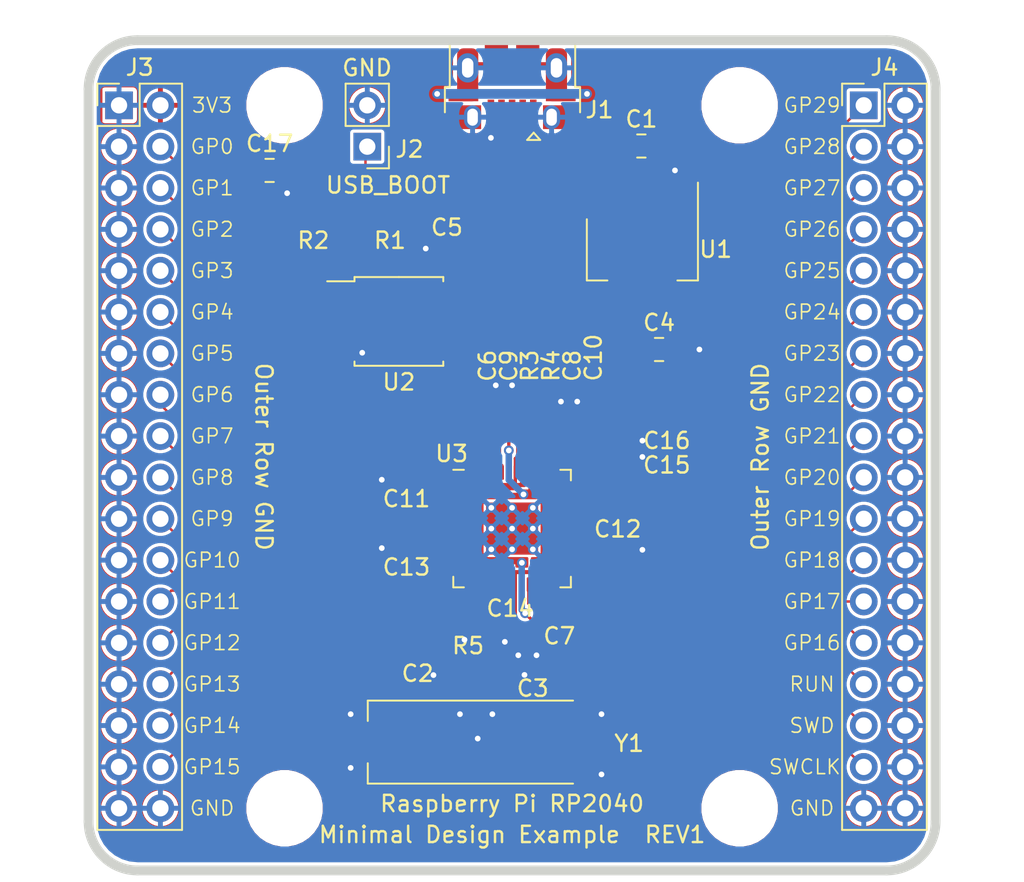
<source format=kicad_pcb>
(kicad_pcb (version 20211014) (generator pcbnew)
  (title_block (title "RP2040 Minimal Design Example") (date "2020-07-13") (rev "REV1") (company "Raspberry Pi (Trading) Ltd"))
  (layers (0 "F.Cu" signal) (31 "B.Cu" signal) (34 "B.Paste" user) (35 "F.Paste" user) (36 "B.SilkS" user "B.Silkscreen") (37 "F.SilkS" user "F.Silkscreen") (38 "B.Mask" user) (39 "F.Mask" user) (44 "Edge.Cuts" user))
  (net 0 "")
  (net 1 "GND")
  (net 2 "VBUS")
  (net 3 "/XIN")
  (net 4 "/XOUT")
  (net 5 "+3V3")
  (net 6 "+1V1")
  (net 7 "Net-(J1-Pad4)")
  (net 8 "/~{USB_BOOT}")
  (net 9 "/GPIO15")
  (net 10 "/GPIO14")
  (net 11 "/GPIO13")
  (net 12 "/GPIO12")
  (net 13 "/GPIO11")
  (net 14 "/GPIO10")
  (net 15 "/GPIO9")
  (net 16 "/GPIO8")
  (net 17 "/GPIO7")
  (net 18 "/GPIO6")
  (net 19 "/GPIO5")
  (net 20 "/GPIO4")
  (net 21 "/GPIO3")
  (net 22 "/GPIO2")
  (net 23 "/GPIO1")
  (net 24 "/GPIO0")
  (net 25 "/GPIO29_ADC3")
  (net 26 "/GPIO28_ADC2")
  (net 27 "/GPIO27_ADC1")
  (net 28 "/GPIO26_ADC0")
  (net 29 "/GPIO25")
  (net 30 "/GPIO24")
  (net 31 "/GPIO23")
  (net 32 "/GPIO22")
  (net 33 "/GPIO21")
  (net 34 "/GPIO20")
  (net 35 "/GPIO19")
  (net 36 "/GPIO18")
  (net 37 "/GPIO17")
  (net 38 "/GPIO16")
  (net 39 "/RUN")
  (net 40 "/SWD")
  (net 41 "/SWCLK")
  (net 42 "/QSPI_SS")
  (net 43 "Net-(R3-Pad2)")
  (net 44 "Net-(R4-Pad2)")
  (net 45 "/QSPI_SD3")
  (net 46 "/QSPI_SCLK")
  (net 47 "/QSPI_SD0")
  (net 48 "/QSPI_SD2")
  (net 49 "/QSPI_SD1")
  (net 50 "/USB_D+")
  (net 51 "/USB_D-")
  (net 52 "Net-(C3-Pad1)")
  (footprint "Capacitor_SMD:C_0805_2012Metric" (layer "F.Cu") (at 109.025 89)
    (fp_text reference "C4")
    (fp_text value "10u")
  )
  (footprint "RP2040_minimal:USB_Micro-B_Amphenol_10103594-0001LF_Horizontal_modified" (layer "F.Cu") (at 100 71.7 180)
    (fp_text reference "J1")
    (fp_text value "USB_B_Micro")
  )
  (footprint "Connector_PinHeader_2.54mm:PinHeader_1x02_P2.54mm_Vertical" (layer "F.Cu") (at 91.11 76.54 180)
    (fp_text reference "J2")
    (fp_text value "Conn_01x02")
  )
  (footprint "Connector_PinHeader_2.54mm:PinHeader_2x18_P2.54mm_Vertical" (layer "F.Cu") (at 75.87 74)
    (fp_text reference "J3")
    (fp_text value "Conn_02x18_Odd_Even")
  )
  (footprint "Capacitor_SMD:C_0402_1005Metric" (layer "F.Cu") (at 104 93.515 90)
    (fp_text reference "C10")
    (fp_text value "1u")
  )
  (footprint "Capacitor_SMD:C_0402_1005Metric" (layer "F.Cu") (at 103 93.515 90)
    (fp_text reference "C8")
    (fp_text value "1u")
  )
  (footprint "Capacitor_SMD:C_0402_1005Metric" (layer "F.Cu") (at 93.515 101.2 180)
    (fp_text reference "C13")
    (fp_text value "100n")
  )
  (footprint "Capacitor_SMD:C_0402_1005Metric" (layer "F.Cu") (at 96.185 82.83 180)
    (fp_text reference "C5")
    (fp_text value "100n")
  )
  (footprint "Capacitor_SMD:C_0402_1005Metric" (layer "F.Cu") (at 89.5 82.315 -90)
    (fp_text reference "R2")
    (fp_text value "DNF")
  )
  (footprint "Connector_PinHeader_2.54mm:PinHeader_2x18_P2.54mm_Vertical" (layer "F.Cu") (at 121.59 74)
    (fp_text reference "J4")
    (fp_text value "Conn_02x18_Odd_Even")
  )
  (footprint "Package_TO_SOT_SMD:SOT-223-3_TabPin2" (layer "F.Cu") (at 108 82.85 -90)
    (fp_text reference "U1")
    (fp_text value "NCP1117-3.3_SOT223")
  )
  (footprint "Package_SO:SOIC-8_5.23x5.23mm_P1.27mm" (layer "F.Cu") (at 93.05 87.275)
    (fp_text reference "U2")
    (fp_text value "W25Q128JVS")
  )
  (footprint "Capacitor_SMD:C_0402_1005Metric" (layer "F.Cu") (at 99.485 109)
    (fp_text reference "C3")
    (fp_text value "27p")
  )
  (footprint "Capacitor_SMD:C_0402_1005Metric" (layer "F.Cu") (at 91 82.315 90)
    (fp_text reference "R1")
    (fp_text value "1k")
  )
  (footprint "Capacitor_SMD:C_0402_1005Metric" (layer "F.Cu") (at 100 92.515 90)
    (fp_text reference "C9")
    (fp_text value "100n")
  )
  (footprint "Capacitor_SMD:C_0402_1005Metric" (layer "F.Cu") (at 106.485 101.2)
    (fp_text reference "C12")
    (fp_text value "100n")
  )
  (footprint "Capacitor_SMD:C_0402_1005Metric" (layer "F.Cu") (at 100.381 106.485 -90)
    (fp_text reference "C14")
    (fp_text value "100n")
  )
  (footprint "Capacitor_SMD:C_0402_1005Metric" (layer "F.Cu") (at 101 93.515 -90)
    (fp_text reference "R3")
    (fp_text value "27")
  )
  (footprint "Capacitor_SMD:C_0402_1005Metric" (layer "F.Cu") (at 101.5 106.485 -90)
    (fp_text reference "C7")
    (fp_text value "100n")
  )
  (footprint "Capacitor_SMD:C_0805_2012Metric" (layer "F.Cu") (at 107.9375 76.5)
    (fp_text reference "C1")
    (fp_text value "10u")
  )
  (footprint "Capacitor_SMD:C_0402_1005Metric" (layer "F.Cu") (at 93.515 97 180)
    (fp_text reference "C11")
    (fp_text value "100n")
  )
  (footprint "Capacitor_SMD:C_0402_1005Metric" (layer "F.Cu") (at 106.485 94.6)
    (fp_text reference "C16")
    (fp_text value "100n")
  )
  (footprint "RP2040_minimal:RP2040-QFN-56" (layer "F.Cu") (at 100 100)
    (fp_text reference "U3")
    (fp_text value "RP2040")
  )
  (footprint "Capacitor_SMD:C_0402_1005Metric" (layer "F.Cu") (at 96.515 109 180)
    (fp_text reference "C2")
    (fp_text value "27p")
  )
  (footprint "MountingHole:MountingHole_2.7mm_M2.5" (layer "F.Cu") (at 113.97 74)
    (fp_text reference "H2" hide)
    (fp_text value "MountingHole")
  )
  (footprint "Capacitor_SMD:C_0402_1005Metric" (layer "F.Cu") (at 102 93.515 -90)
    (fp_text reference "R4")
    (fp_text value "27")
  )
  (footprint "MountingHole:MountingHole_2.7mm_M2.5" (layer "F.Cu") (at 113.97 117.18)
    (fp_text reference "H3" hide)
    (fp_text value "MountingHole")
  )
  (footprint "Capacitor_SMD:C_0402_1005Metric" (layer "F.Cu") (at 99 92.515 90)
    (fp_text reference "C6")
    (fp_text value "100n")
  )
  (footprint "Capacitor_SMD:C_0402_1005Metric" (layer "F.Cu") (at 106.485 96)
    (fp_text reference "C15")
    (fp_text value "100n")
  )
  (footprint "Capacitor_SMD:C_0402_1005Metric" (layer "F.Cu") (at 98.7 107.115 -90)
    (fp_text reference "R5")
    (fp_text value "1k")
  )
  (footprint "MountingHole:MountingHole_2.7mm_M2.5" (layer "F.Cu") (at 86.03 74)
    (fp_text reference "H1" hide)
    (fp_text value "MountingHole")
  )
  (footprint "MountingHole:MountingHole_2.7mm_M2.5" (layer "F.Cu") (at 86.03 117.18)
    (fp_text reference "H4" hide)
    (fp_text value "MountingHole")
  )
  (footprint "RP2040_minimal:Crystal_SMD_HC49-US" (layer "F.Cu") (at 97.841 113.116)
    (fp_text reference "Y1")
    (fp_text value "ABLS-12.000MHZ-B4-T")
  )
  (footprint "Capacitor_SMD:C_0805_2012Metric" (layer "F.Cu") (at 85.115 78)
    (fp_text reference "C17")
    (fp_text value "10u")
  )
  (gr_line (start 123 121) (end 77 121) (layer "Edge.Cuts") (width 0.6))
  (gr_line (start 126 73) (end 126 118) (layer "Edge.Cuts") (width 0.6))
  (gr_line (start 77 70) (end 123 70) (layer "Edge.Cuts") (width 0.6))
  (gr_line (start 74 118) (end 74 73) (layer "Edge.Cuts") (width 0.6))
  (gr_arc (start 77 121) (mid 74.87868 120.12132) (end 74 118) (layer "Edge.Cuts") (width 0.6))
  (gr_arc (start 123 70) (mid 125.12132 70.87868) (end 126 73) (layer "Edge.Cuts") (width 0.6))
  (gr_arc (start 74 73) (mid 74.87868 70.87868) (end 77 70) (layer "Edge.Cuts") (width 0.6))
  (gr_arc (start 126 118) (mid 125.12132 120.12132) (end 123 121) (layer "Edge.Cuts") (width 0.6))
  (gr_text "GP1" (at 81.585 79.08) (layer "F.SilkS") (effects (font (size 0.9 0.9) (thickness 0.1))))
  (gr_text "GP2" (at 81.585 81.62) (layer "F.SilkS") (effects (font (size 0.9 0.9) (thickness 0.1))))
  (gr_text "GP3" (at 81.585 84.16) (layer "F.SilkS") (effects (font (size 0.9 0.9) (thickness 0.1))))
  (gr_text "GP4" (at 81.585 86.7) (layer "F.SilkS") (effects (font (size 0.9 0.9) (thickness 0.1))))
  (gr_text "GP5" (at 81.585 89.24) (layer "F.SilkS") (effects (font (size 0.9 0.9) (thickness 0.1))))
  (gr_text "GP6" (at 81.585 91.78) (layer "F.SilkS") (effects (font (size 0.9 0.9) (thickness 0.1))))
  (gr_text "GP7" (at 81.585 94.32) (layer "F.SilkS") (effects (font (size 0.9 0.9) (thickness 0.1))))
  (gr_text "GP8" (at 81.585 96.86) (layer "F.SilkS") (effects (font (size 0.9 0.9) (thickness 0.1))))
  (gr_text "GP9" (at 81.585 99.4) (layer "F.SilkS") (effects (font (size 0.9 0.9) (thickness 0.1))))
  (gr_text "GP11" (at 81.585 104.48) (layer "F.SilkS") (effects (font (size 0.9 0.9) (thickness 0.1))))
  (gr_text "GP10" (at 81.585 101.94) (layer "F.SilkS") (effects (font (size 0.9 0.9) (thickness 0.1))))
  (gr_text "GP12" (at 81.585 107.02) (layer "F.SilkS") (effects (font (size 0.9 0.9) (thickness 0.1))))
  (gr_text "GP13" (at 81.585 109.56) (layer "F.SilkS") (effects (font (size 0.9 0.9) (thickness 0.1))))
  (gr_text "GP15" (at 81.585 114.64) (layer "F.SilkS") (effects (font (size 0.9 0.9) (thickness 0.1))))
  (gr_text "GP14" (at 81.585 112.1) (layer "F.SilkS") (effects (font (size 0.9 0.9) (thickness 0.1))))
  (gr_text "GP28" (at 118.415 76.54) (layer "F.SilkS") (effects (font (size 0.9 0.9) (thickness 0.1))))
  (gr_text "GP27" (at 118.415 79.08) (layer "F.SilkS") (effects (font (size 0.9 0.9) (thickness 0.1))))
  (gr_text "GP26" (at 118.415 81.62) (layer "F.SilkS") (effects (font (size 0.9 0.9) (thickness 0.1))))
  (gr_text "GP25" (at 118.415 84.16) (layer "F.SilkS") (effects (font (size 0.9 0.9) (thickness 0.1))))
  (gr_text "GP24" (at 118.415 86.7) (layer "F.SilkS") (effects (font (size 0.9 0.9) (thickness 0.1))))
  (gr_text "GP23" (at 118.415 89.24) (layer "F.SilkS") (effects (font (size 0.9 0.9) (thickness 0.1))))
  (gr_text "GP21" (at 118.415 94.32) (layer "F.SilkS") (effects (font (size 0.9 0.9) (thickness 0.1))))
  (gr_text "GP20" (at 118.415 96.86) (layer "F.SilkS") (effects (font (size 0.9 0.9) (thickness 0.1))))
  (gr_text "GP19" (at 118.415 99.4) (layer "F.SilkS") (effects (font (size 0.9 0.9) (thickness 0.1))))
  (gr_text "GP17" (at 118.415 104.48) (layer "F.SilkS") (effects (font (size 0.9 0.9) (thickness 0.1))))
  (gr_text "GP22" (at 118.415 91.78) (layer "F.SilkS") (effects (font (size 0.9 0.9) (thickness 0.1))))
  (gr_text "GP18" (at 118.415 101.94) (layer "F.SilkS") (effects (font (size 0.9 0.9) (thickness 0.1))))
  (gr_text "SWCLK" (at 117.9705 114.64) (layer "F.SilkS") (effects (font (size 0.9 0.9) (thickness 0.1))))
  (gr_text "SWD" (at 118.415 112.1) (layer "F.SilkS") (effects (font (size 0.9 0.9) (thickness 0.1))))
  (gr_text "GP16" (at 118.415 107.02) (layer "F.SilkS") (effects (font (size 0.9 0.9) (thickness 0.1))))
  (gr_text "RUN" (at 118.415 109.56) (layer "F.SilkS") (effects (font (size 0.9 0.9) (thickness 0.1))))
  (gr_text "GND" (at 81.585 117.18) (layer "F.SilkS") (effects (font (size 0.9 0.9) (thickness 0.1))))
  (gr_text "GND" (at 118.415 117.18) (layer "F.SilkS") (effects (font (size 0.9 0.9) (thickness 0.1))))
  (gr_text "GP29" (at 118.415 74) (layer "F.SilkS") (effects (font (size 0.9 0.9) (thickness 0.1))))
  (gr_text "Outer Row GND" (at 84.76 95.59 270) (layer "F.SilkS") (effects (font (size 1 1))))
  (gr_text "Outer Row GND" (at 115.24 95.59 90) (layer "F.SilkS") (effects (font (size 1 1))))
  (gr_text "Raspberry Pi RP2040" (at 100 116.9) (layer "F.SilkS") (effects (font (size 1 1))))
  (gr_text "Minimal Design Example  REV1" (at 100 118.8) (layer "F.SilkS") (effects (font (size 1 1))))
  (gr_text "\nUSB_BOOT" (at 92.38 78.1) (layer "F.SilkS") (effects (font (size 1 1))))
  (gr_text "3V3" (at 81.585 74) (layer "F.SilkS") (effects (font (size 0.9 0.9) (thickness 0.1))))
  (gr_text "GND" (at 91.1 71.7) (layer "F.SilkS") (effects (font (size 1 1))))
  (gr_text "GP0" (at 81.585 76.54) (layer "F.SilkS") (effects (font (size 0.9 0.9) (thickness 0.1))))
  (segment (start 93.03 101.2) (end 92 101.2) (width 0.2) (layer "F.Cu") (net 1))
  (segment (start 90.78 89.18) (end 90.8 89.2) (width 0.2) (layer "F.Cu") (net 1))
  (segment (start 97.079 106.5755) (end 97.079 106.8295) (width 0.15) (layer "F.Cu") (net 1))
  (segment (start 106.97 96) (end 107.6 96) (width 0.15) (layer "F.Cu") (net 1))
  (segment (start 99.97 109) (end 100.7505 109) (width 0.15) (layer "F.Cu") (net 1))
  (segment (start 96.03 109) (end 95.174 109) (width 0.2) (layer "F.Cu") (net 1))
  (segment (start 95.405 82.83) (end 95.375 82.8) (width 0.2) (layer "F.Cu") (net 1))
  (segment (start 97.54 71.45) (end 97.27 71.72) (width 0.2) (layer "F.Cu") (net 1))
  (segment (start 100.7505 109) (end 100.762 108.9885) (width 0.15) (layer "F.Cu") (net 1))
  (segment (start 100.381 106.97) (end 100.381 107.781984) (width 0.2) (layer "F.Cu") (net 1))
  (segment (start 108.875 76.5) (end 108.875 76.875) (width 0.2) (layer "F.Cu") (net 1))
  (segment (start 110.05 89) (end 111.5 89) (width 0.2) (layer "F.Cu") (net 1))
  (segment (start 99.97 108.68) (end 99.5555 108.2655) (width 0.15) (layer "F.Cu") (net 1))
  (segment (start 101.5 106.97) (end 101.5 107.782004) (width 0.2) (layer "F.Cu") (net 1))
  (segment (start 99.5555 108.2655) (end 99.5555 108.0995) (width 0.15) (layer "F.Cu") (net 1))
  (segment (start 86.14 78.95) (end 86.19 79) (width 0.15) (layer "F.Cu") (net 1))
  (segment (start 99.04 71.45) (end 97.54 71.45) (width 0.2) (layer "F.Cu") (net 1))
  (segment (start 95.375 82.8) (end 94.7 82.8) (width 0.2) (layer "F.Cu") (net 1))
  (segment (start 96.8 111.65) (end 96.8 110.599974) (width 0.2) (layer "F.Cu") (net 1))
  (segment (start 99 103.4375) (end 99 104.6545) (width 0.15) (layer "F.Cu") (net 1))
  (segment (start 86.19 79) (end 86.19 79.1) (width 0.15) (layer "F.Cu") (net 1))
  (segment (start 95.7 82.83) (end 95.405 82.83) (width 0.2) (layer "F.Cu") (net 1))
  (segment (start 100.96 71.45) (end 102.46 71.45) (width 0.2) (layer "F.Cu") (net 1))
  (segment (start 110.3 79.7) (end 110.3 78.3) (width 0.2) (layer "F.Cu") (net 1))
  (segment (start 107.6 96) (end 108 95.6) (width 0.15) (layer "F.Cu") (net 1))
  (segment (start 99 104.6545) (end 97.079 106.5755) (width 0.15) (layer "F.Cu") (net 1))
  (segment (start 106.97 101.2) (end 107.075 101.305) (width 0.2) (layer "F.Cu") (net 1))
  (segment (start 103 93.03) (end 103 92.2) (width 0.2) (layer "F.Cu") (net 1))
  (segment (start 102.46 71.45) (end 102.73 71.72) (width 0.2) (layer "F.Cu") (net 1))
  (segment (start 100 92.03) (end 100 91.2) (width 0.2) (layer "F.Cu") (net 1))
  (segment (start 107.075 101.305) (end 108 101.305) (width 0.2) (layer "F.Cu") (net 1))
  (segment (start 106.97 94.6) (end 108 94.6) (width 0.2) (layer "F.Cu") (net 1))
  (segment (start 99 92.03) (end 99 91.200008) (width 0.2) (layer "F.Cu") (net 1))
  (segment (start 100.381 107.781984) (end 100.380994 107.78199) (width 0.2) (layer "F.Cu") (net 1))
  (segment (start 86.14 78) (end 86.14 79.25) (width 0.15) (layer "F.Cu") (net 1))
  (segment (start 93.03 97) (end 92 97) (width 0.2) (layer "F.Cu") (net 1))
  (segment (start 108.875 76.875) (end 110 78) (width 0.2) (layer "F.Cu") (net 1))
  (segment (start 99 113.35) (end 99 114.4) (width 0.2) (layer "F.Cu") (net 1))
  (segment (start 110.3 78.3) (end 110 78) (width 0.2) (layer "F.Cu") (net 1))
  (segment (start 98.7 74.6) (end 98.7 76) (width 0.2) (layer "F.Cu") (net 1))
  (segment (start 99.97 109) (end 99.97 108.68) (width 0.15) (layer "F.Cu") (net 1))
  (segment (start 104 93.03) (end 104 92.2) (width 0.2) (layer "F.Cu") (net 1))
  (segment (start 89.45 89.18) (end 90.78 89.18) (width 0.2) (layer "F.Cu") (net 1))
  (via (at 99.5555 106.9565) (size 0.6) (drill 0.35) (layers "F.Cu" "B.Cu") (net 1))
  (via (at 97.89 112.9) (size 0.6) (drill 0.35) (layers "F.Cu" "B.Cu") (net 1))
  (via (at 98.79 111.4) (size 0.6) (drill 0.35) (layers "F.Cu" "B.Cu") (net 1))
  (via (at 90.09 114.7) (size 0.6) (drill 0.35) (layers "F.Cu" "B.Cu") (net 1))
  (via (at 90.09 111.4) (size 0.6) (drill 0.35) (layers "F.Cu" "B.Cu") (net 1))
  (via (at 105.49 111.4) (size 0.6) (drill 0.35) (layers "F.Cu" "B.Cu") (net 1))
  (via (at 90.8 89.2) (size 0.6) (drill 0.35) (layers "F.Cu" "B.Cu") (net 1))
  (via (at 110 78) (size 0.6) (drill 0.35) (layers "F.Cu" "B.Cu") (net 1))
  (via (at 100.380994 107.78199) (size 0.6) (drill 0.35) (layers "F.Cu" "B.Cu") (net 1))
  (via (at 99 91.200008) (size 0.6) (drill 0.35) (layers "F.Cu" "B.Cu") (net 1))
  (via (at 95.174 109) (size 0.6) (drill 0.35) (layers "F.Cu" "B.Cu") (net 1))
  (via (at 111.5 89) (size 0.6) (drill 0.35) (layers "F.Cu" "B.Cu") (net 1))
  (via (at 101.5 107.782004) (size 0.6) (drill 0.35) (layers "F.Cu" "B.Cu") (net 1))
  (via (at 104 92.2) (size 0.6) (drill 0.35) (layers "F.Cu" "B.Cu") (net 1))
  (via (at 108 95.6) (size 0.6) (drill 0.35) (layers "F.Cu" "B.Cu") (net 1))
  (via (at 92 101.2) (size 0.6) (drill 0.35) (layers "F.Cu" "B.Cu") (net 1))
  (via (at 94.7 82.8) (size 0.6) (drill 0.35) (layers "F.Cu" "B.Cu") (net 1))
  (via (at 86.19 79.4) (size 0.6) (drill 0.35) (layers "F.Cu" "B.Cu") (net 1))
  (via (at 108 101.305) (size 0.6) (drill 0.35) (layers "F.Cu" "B.Cu") (net 1))
  (via (at 100 91.2) (size 0.6) (drill 0.35) (layers "F.Cu" "B.Cu") (net 1))
  (via (at 96.8 111.4) (size 0.6) (drill 0.35) (layers "F.Cu" "B.Cu") (net 1))
  (via (at 97.079 106.8295) (size 0.6) (drill 0.35) (layers "F.Cu" "B.Cu") (net 1))
  (via (at 103 92.2) (size 0.6) (drill 0.35) (layers "F.Cu" "B.Cu") (net 1))
  (via (at 108 94.6) (size 0.6) (drill 0.35) (layers "F.Cu" "B.Cu") (net 1))
  (via (at 92 97) (size 0.6) (drill 0.35) (layers "F.Cu" "B.Cu") (net 1))
  (via (at 100.762 108.9885) (size 0.6) (drill 0.35) (layers "F.Cu" "B.Cu") (net 1))
  (via (at 98.7 76) (size 0.6) (drill 0.35) (layers "F.Cu" "B.Cu") (net 1))
  (via (at 105.49 115.1) (size 0.6) (drill 0.35) (layers "F.Cu" "B.Cu") (net 1))
  (segment (start 104 93) (end 103.8 93) (width 0.2) (layer "B.Cu") (net 1))
  (segment (start 103.8 93) (end 103.299999 92.499999) (width 0.2) (layer "B.Cu") (net 1))
  (segment (start 103.299999 92.499999) (end 103 92.2) (width 0.2) (layer "B.Cu") (net 1))
  (segment (start 101.3 75.5) (end 102.1 76.3) (width 0.4) (layer "F.Cu") (net 2))
  (segment (start 101.3 74.525) (end 101.3 75.5) (width 0.4) (layer "F.Cu") (net 2))
  (segment (start 99.4 104.937861) (end 97.8 106.537861) (width 0.15) (layer "F.Cu") (net 3))
  (segment (start 97.8 108.2) (end 97 109) (width 0.15) (layer "F.Cu") (net 3))
  (segment (start 97.6505 111.7825) (end 96.317 113.116) (width 0.15) (layer "F.Cu") (net 3))
  (segment (start 96.317 113.116) (end 93.341 113.116) (width 0.15) (layer "F.Cu") (net 3))
  (segment (start 97.8 106.537861) (end 97.8 108.2) (width 0.15) (layer "F.Cu") (net 3))
  (segment (start 97.6505 109.6505) (end 97.6505 111.7825) (width 0.15) (layer "F.Cu") (net 3))
  (segment (start 99.4 103.4375) (end 99.4 104.937861) (width 0.15) (layer "F.Cu") (net 3))
  (segment (start 97 109) (end 97.6505 109.6505) (width 0.15) (layer "F.Cu") (net 3))
  (segment (start 98.7 106.2) (end 98.7 106.63) (width 0.15) (layer "F.Cu") (net 4))
  (segment (start 99.8 103.4375) (end 99.8 105.1) (width 0.15) (layer "F.Cu") (net 4))
  (segment (start 99.8 105.1) (end 98.7 106.2) (width 0.15) (layer "F.Cu") (net 4))
  (segment (start 100.2 96.5625) (end 100.2 97.4) (width 0.2) (layer "F.Cu") (net 5))
  (segment (start 94.2 101) (end 94 101.2) (width 0.2) (layer "F.Cu") (net 5))
  (segment (start 96.5625 97.4) (end 97.4 97.4) (width 0.2) (layer "F.Cu") (net 5))
  (segment (start 100 93.762534) (end 100.350001 94.112535) (width 0.2) (layer "F.Cu") (net 5))
  (segment (start 102.2 96.1) (end 103.6 94.7) (width 0.2) (layer "F.Cu") (net 5))
  (segment (start 108 86) (end 108 89) (width 0.2) (layer "F.Cu") (net 5))
  (segment (start 100.6 97.2) (end 100.4 97.4) (width 0.2) (layer "F.Cu") (net 5))
  (segment (start 100.381 106) (end 100.701 106) (width 0.15) (layer "F.Cu") (net 5))
  (segment (start 100.2 102.8) (end 100 102.6) (width 0.2) (layer "F.Cu") (net 5))
  (segment (start 102.2 97.2) (end 102.4 97.4) (width 0.2) (layer "F.Cu") (net 5))
  (segment (start 101.096505 108.307005) (end 102.141995 108.307005) (width 0.15) (layer "F.Cu") (net 5))
  (segment (start 96.5625 101) (end 94.2 101) (width 0.2) (layer "F.Cu") (net 5))
  (segment (start 74.7 72.9) (end 74.7 75.2) (width 0.3) (layer "F.Cu") (net 5))
  (segment (start 100.701 106) (end 100.9525 106.2515) (width 0.15) (layer "F.Cu") (net 5))
  (segment (start 100.9525 106.2515) (end 100.9525 108.163) (width 0.15) (layer "F.Cu") (net 5))
  (segment (start 100.350001 95.549999) (end 100.2 95.7) (width 0.2) (layer "F.Cu") (net 5))
  (segment (start 100.2 105.5055) (end 100.381 105.6865) (width 0.2) (layer "F.Cu") (net 5))
  (segment (start 100.2 97.4) (end 100.2 97) (width 0.2) (layer "F.Cu") (net 5))
  (segment (start 100.2 103.4375) (end 100.2 102.8) (width 0.2) (layer "F.Cu") (net 5))
  (segment (start 96.5625 101) (end 97.4 101) (width 0.2) (layer "F.Cu") (net 5))
  (segment (start 105.8 101) (end 106 101.2) (width 0.2) (layer "F.Cu") (net 5))
  (segment (start 100.6 96.5625) (end 100.6 97.2) (width 0.2) (layer "F.Cu") (net 5))
  (segment (start 102.2 96.5625) (end 102.2 96.1) (width 0.2) (layer "F.Cu") (net 5))
  (segment (start 100.381 105.6865) (end 100.381 106) (width 0.2) (layer "F.Cu") (net 5))
  (segment (start 100.6 95.799998) (end 100.350001 95.549999) (width 0.2) (layer "F.Cu") (net 5))
  (segment (start 103.4375 101) (end 105.8 101) (width 0.2) (layer "F.Cu") (net 5))
  (segment (start 96.65 82.85) (end 96.67 82.83) (width 0.2) (layer "F.Cu") (net 5))
  (segment (start 100.9525 108.163) (end 101.096505 108.307005) (width 0.15) (layer "F.Cu") (net 5))
  (segment (start 100 93) (end 100 93.762534) (width 0.2) (layer "F.Cu") (net 5))
  (segment (start 100.2 95.7) (end 100.2 96.5625) (width 0.2) (layer "F.Cu") (net 5))
  (segment (start 100.350001 94.112535) (end 100.350001 95.549999) (width 0.2) (layer "F.Cu") (net 5))
  (segment (start 96.5625 97.4) (end 95.7 97.4) (width 0.2) (layer "F.Cu") (net 5))
  (segment (start 100.2 103.4375) (end 100.2 105.5055) (width 0.2) (layer "F.Cu") (net 5))
  (segment (start 103.4375 97.4) (end 102.6 97.4) (width 0.2) (layer "F.Cu") (net 5))
  (segment (start 96.65 85.37) (end 96.65 82.85) (width 0.2) (layer "F.Cu") (net 5))
  (segment (start 102.2 96.5625) (end 102.2 97.2) (width 0.2) (layer "F.Cu") (net 5))
  (segment (start 100.6 96.5625) (end 100.6 95.799998) (width 0.2) (layer "F.Cu") (net 5))
  (segment (start 102.6 96.5625) (end 102.6 97.4) (width 0.2) (layer "F.Cu") (net 5))
  (segment (start 103.4375 101) (end 102.6 101) (width 0.2) (layer "F.Cu") (net 5))
  (via (at 104.6 73.3) (size 0.6) (drill 0.35) (layers "F.Cu" "B.Cu") (net 5))
  (via (at 95.4 73.3) (size 0.6) (drill 0.35) (layers "F.Cu" "B.Cu") (net 5))
  (segment (start 104.6 73.3) (end 95.4 73.3) (width 0.6) (layer "B.Cu") (net 5))
  (segment (start 99.8 96.5625) (end 99.8 95.199994) (width 0.2) (layer "F.Cu") (net 6))
  (segment (start 100.4 98) (end 100.5 97.9) (width 0.15) (layer "F.Cu") (net 6))
  (segment (start 101.8 96.5625) (end 101.8 95.8) (width 0.2) (layer "F.Cu") (net 6))
  (segment (start 99 93) (end 99 93.295) (width 0.2) (layer "F.Cu") (net 6))
  (segment (start 100.5 97.9) (end 100.7 97.9) (width 0.15) (layer "F.Cu") (net 6))
  (segment (start 100.6 103.4375) (end 100.6 105) (width 0.2) (layer "F.Cu") (net 6))
  (segment (start 99.8 94.77573) (end 99.8 95.199994) (width 0.2) (layer "F.Cu") (net 6))
  (segment (start 99.8 94.095) (end 99.8 94.77573) (width 0.2) (layer "F.Cu") (net 6))
  (segment (start 101.5 106) (end 101.5 105.9) (width 0.2) (layer "F.Cu") (net 6))
  (segment (start 101.8 95.8) (end 103 94.6) (width 0.2) (layer "F.Cu") (net 6))
  (segment (start 100.6 105) (end 100.8 105.2) (width 0.2) (layer "F.Cu") (net 6))
  (segment (start 101.5 105.9) (end 100.8 105.2) (width 0.2) (layer "F.Cu") (net 6))
  (segment (start 99 93.295) (end 99.8 94.095) (width 0.2) (layer "F.Cu") (net 6))
  (segment (start 101.8 96.5625) (end 101.8 97.4) (width 0.2) (layer "F.Cu") (net 6))
  (segment (start 103 94.6) (end 103 94) (width 0.2) (layer "F.Cu") (net 6))
  (via (at 99.8 95.199994) (size 0.6) (drill 0.35) (layers "F.Cu" "B.Cu") (net 6))
  (via (at 100.7 97.9) (size 0.6) (drill 0.35) (layers "F.Cu" "B.Cu") (net 6))
  (via (at 100.59997 102.1) (size 0.6) (drill 0.35) (layers "F.Cu" "B.Cu") (net 6))
  (via (at 100.8 105.2) (size 0.6) (drill 0.35) (layers "F.Cu" "B.Cu") (net 6))
  (segment (start 100.69 97.9) (end 100.7 97.9) (width 0.4) (layer "B.Cu") (net 6))
  (segment (start 100.8 105.2) (end 100.59 104.99) (width 0.4) (layer "B.Cu") (net 6))
  (segment (start 100.59 102.10997) (end 100.59997 102.1) (width 0.4) (layer "B.Cu") (net 6))
  (segment (start 100.59 104.99) (end 100.59 102.10997) (width 0.4) (layer "B.Cu") (net 6))
  (segment (start 99.8 97.01) (end 100.69 97.9) (width 0.4) (layer "B.Cu") (net 6))
  (segment (start 99.8 95.199994) (end 99.8 97.01) (width 0.4) (layer "B.Cu") (net 6))
  (segment (start 91 76.65) (end 91.11 76.54) (width 0.15) (layer "F.Cu") (net 8))
  (segment (start 91 81.83) (end 91 76.65) (width 0.15) (layer "F.Cu") (net 8))
  (segment (start 86.7 106.35) (end 78.41 114.64) (width 0.15) (layer "F.Cu") (net 9))
  (segment (start 98.6 103.4375) (end 98.6 104.437861) (width 0.15) (layer "F.Cu") (net 9))
  (segment (start 96.687861 106.35) (end 86.7 106.35) (width 0.15) (layer "F.Cu") (net 9))
  (segment (start 98.6 104.437861) (end 96.687861 106.35) (width 0.15) (layer "F.Cu") (net 9))
  (segment (start 84.795 105.715) (end 78.41 112.1) (width 0.15) (layer "F.Cu") (net 10))
  (segment (start 98.2 104.19) (end 96.675 105.715) (width 0.15) (layer "F.Cu") (net 10))
  (segment (start 96.675 105.715) (end 84.795 105.715) (width 0.15) (layer "F.Cu") (net 10))
  (segment (start 98.2 103.4375) (end 98.2 104.19) (width 0.15) (layer "F.Cu") (net 10))
  (segment (start 82.89 105.08) (end 78.41 109.56) (width 0.15) (layer "F.Cu") (net 11))
  (segment (start 97.8 103.4375) (end 97.8 103.875) (width 0.15) (layer "F.Cu") (net 11))
  (segment (start 97.8 103.875) (end 96.595 105.08) (width 0.15) (layer "F.Cu") (net 11))
  (segment (start 96.595 105.08) (end 82.89 105.08) (width 0.15) (layer "F.Cu") (net 11))
  (segment (start 97.0975 103.5375) (end 96.19 104.445) (width 0.15) (layer "F.Cu") (net 12))
  (segment (start 96.19 104.445) (end 80.985 104.445) (width 0.15) (layer "F.Cu") (net 12))
  (segment (start 97.3 103.5375) (end 97.0975 103.5375) (width 0.15) (layer "F.Cu") (net 12))
  (segment (start 97.4 103.4375) (end 97.3 103.5375) (width 0.15) (layer "F.Cu") (net 12))
  (segment (start 80.985 104.445) (end 78.41 107.02) (width 0.15) (layer "F.Cu") (net 12))
  (segment (start 94.92 103.81) (end 79.08 103.81) (width 0.15) (layer "F.Cu") (net 13))
  (segment (start 79.08 103.81) (end 78.41 104.48) (width 0.15) (layer "F.Cu") (net 13))
  (segment (start 96.5625 102.6) (end 96.13 102.6) (width 0.15) (layer "F.Cu") (net 13))
  (segment (start 96.13 102.6) (end 94.92 103.81) (width 0.15) (layer "F.Cu") (net 13))
  (segment (start 94.285 103.175) (end 79.645 103.175) (width 0.15) (layer "F.Cu") (net 14))
  (segment (start 79.645 103.175) (end 78.41 101.94) (width 0.15) (layer "F.Cu") (net 14))
  (segment (start 95.26 102.2) (end 94.285 103.175) (width 0.15) (layer "F.Cu") (net 14))
  (segment (start 96.5625 102.2) (end 95.26 102.2) (width 0.15) (layer "F.Cu") (net 14))
  (segment (start 96.5625 101.8) (end 95.025 101.8) (width 0.15) (layer "F.Cu") (net 15))
  (segment (start 94.285 102.54) (end 81.55 102.54) (width 0.15) (layer "F.Cu") (net 15))
  (segment (start 81.55 102.54) (end 78.41 99.4) (width 0.15) (layer "F.Cu") (net 15))
  (segment (start 95.025 101.8) (end 94.285 102.54) (width 0.15) (layer "F.Cu") (net 15))
  (segment (start 94.79 101.4) (end 94.285 101.905) (width 0.15) (layer "F.Cu") (net 16))
  (segment (start 94.285 101.905) (end 83.455 101.905) (width 0.15) (layer "F.Cu") (net 16))
  (segment (start 96.5625 101.4) (end 94.79 101.4) (width 0.15) (layer "F.Cu") (net 16))
  (segment (start 83.455 101.905) (end 78.41 96.86) (width 0.15) (layer "F.Cu") (net 16))
  (segment (start 96.5625 100.6) (end 84.69 100.6) (width 0.15) (layer "F.Cu") (net 17))
  (segment (start 84.69 100.6) (end 78.41 94.32) (width 0.15) (layer "F.Cu") (net 17))
  (segment (start 78.41 92.38) (end 78.41 91.78) (width 0.15) (layer "F.Cu") (net 18))
  (segment (start 96.5625 100.2) (end 86.23 100.2) (width 0.15) (layer "F.Cu") (net 18))
  (segment (start 86.23 100.2) (end 78.41 92.38) (width 0.15) (layer "F.Cu") (net 18))
  (segment (start 87.1 99.8) (end 79.68 92.38) (width 0.15) (layer "F.Cu") (net 19))
  (segment (start 96.5625 99.8) (end 87.1 99.8) (width 0.15) (layer "F.Cu") (net 19))
  (segment (start 79.68 92.38) (end 79.68 90.51) (width 0.15) (layer "F.Cu") (net 19))
  (segment (start 79.68 90.51) (end 78.41 89.24) (width 0.15) (layer "F.Cu") (net 19))
  (segment (start 96.5625 99.4) (end 87.97 99.4) (width 0.15) (layer "F.Cu") (net 20))
  (segment (start 80.95 89.24) (end 78.41 86.7) (width 0.15) (layer "F.Cu") (net 20))
  (segment (start 87.97 99.4) (end 80.95 92.38) (width 0.15) (layer "F.Cu") (net 20))
  (segment (start 80.95 92.38) (end 80.95 89.24) (width 0.15) (layer "F.Cu") (net 20))
  (segment (start 96.5625 99) (end 88.84 99) (width 0.15) (layer "F.Cu") (net 21))
  (segment (start 82.22 92.38) (end 82.22 87.9525) (width 0.15) (layer "F.Cu") (net 21))
  (segment (start 82.22 87.9525) (end 78.4275 84.16) (width 0.15) (layer "F.Cu") (net 21))
  (segment (start 88.84 99) (end 82.22 92.38) (width 0.15) (layer "F.Cu") (net 21))
  (segment (start 78.4275 84.16) (end 78.41 84.16) (width 0.15) (layer "F.Cu") (net 21))
  (segment (start 83.49 86.6825) (end 78.4275 81.62) (width 0.15) (layer "F.Cu") (net 22))
  (segment (start 78.4275 81.62) (end 78.41 81.62) (width 0.15) (layer "F.Cu") (net 22))
  (segment (start 83.49 92.38) (end 83.49 86.6825) (width 0.15) (layer "F.Cu") (net 22))
  (segment (start 96.5625 98.6) (end 89.71 98.6) (width 0.15) (layer "F.Cu") (net 22))
  (segment (start 89.71 98.6) (end 83.49 92.38) (width 0.15) (layer "F.Cu") (net 22))
  (segment (start 78.4275 79.08) (end 78.41 79.08) (width 0.15) (layer "F.Cu") (net 23))
  (segment (start 90.58 98.2) (end 84.76 92.38) (width 0.15) (layer "F.Cu") (net 23))
  (segment (start 84.76 92.38) (end 84.76 85.4125) (width 0.15) (layer "F.Cu") (net 23))
  (segment (start 96.5625 98.2) (end 90.58 98.2) (width 0.15) (layer "F.Cu") (net 23))
  (segment (start 84.76 85.4125) (end 78.4275 79.08) (width 0.15) (layer "F.Cu") (net 23))
  (segment (start 96.5625 97.8) (end 91.45 97.8) (width 0.15) (layer "F.Cu") (net 24))
  (segment (start 86.03 92.38) (end 86.03 84.16) (width 0.15) (layer "F.Cu") (net 24))
  (segment (start 91.45 97.8) (end 86.03 92.38) (width 0.15) (layer "F.Cu") (net 24))
  (segment (start 86.03 84.16) (end 78.41 76.54) (width 0.15) (layer "F.Cu") (net 24))
  (segment (start 121.58125 74) (end 121.59 74) (width 0.15) (layer "F.Cu") (net 25))
  (segment (start 106.645 97.8) (end 112.065 92.38) (width 0.15) (layer "F.Cu") (net 25))
  (segment (start 103.4375 97.8) (end 106.645 97.8) (width 0.15) (layer "F.Cu") (net 25))
  (segment (start 112.065 83.51625) (end 121.58125 74) (width 0.15) (layer "F.Cu") (net 25))
  (segment (start 112.065 92.38) (end 112.065 83.51625) (width 0.15) (layer "F.Cu") (net 25))
  (segment (start 113.335 84.795) (end 120.93 77.2) (width 0.15) (layer "F.Cu") (net 26))
  (segment (start 103.4375 98.2) (end 107.515 98.2) (width 0.15) (layer "F.Cu") (net 26))
  (segment (start 113.335 92.38) (end 113.335 84.795) (width 0.15) (layer "F.Cu") (net 26))
  (segment (start 107.515 98.2) (end 113.335 92.38) (width 0.15) (layer "F.Cu") (net 26))
  (segment (start 120.93 77.2) (end 121.59 76.54) (width 0.15) (layer "F.Cu") (net 26))
  (segment (start 108.385 98.6) (end 114.605 92.38) (width 0.15) (layer "F.Cu") (net 27))
  (segment (start 103.4375 98.6) (end 108.385 98.6) (width 0.15) (layer "F.Cu") (net 27))
  (segment (start 120.92 79.75) (end 121.59 79.08) (width 0.15) (layer "F.Cu") (net 27))
  (segment (start 114.605 86.065) (end 120.92 79.75) (width 0.15) (layer "F.Cu") (net 27))
  (segment (start 114.605 92.38) (end 114.605 86.065) (width 0.15) (layer "F.Cu") (net 27))
  (segment (start 109.2725 99) (end 115.875 92.3975) (width 0.15) (layer "F.Cu") (net 28))
  (segment (start 115.875 87.335) (end 120.92 82.29) (width 0.15) (layer "F.Cu") (net 28))
  (segment (start 103.4375 99) (end 109.2725 99) (width 0.15) (layer "F.Cu") (net 28))
  (segment (start 115.875 92.3975) (end 115.875 87.335) (width 0.15) (layer "F.Cu") (net 28))
  (segment (start 120.92 82.29) (end 121.59 81.62) (width 0.15) (layer "F.Cu") (net 28))
  (segment (start 110.125 99.4) (end 117.145 92.38) (width 0.15) (layer "F.Cu") (net 29))
  (segment (start 117.145 92.38) (end 117.145 88.605) (width 0.15) (layer "F.Cu") (net 29))
  (segment (start 117.145 88.605) (end 120.92 84.83) (width 0.15) (layer "F.Cu") (net 29))
  (segment (start 103.4375 99.4) (end 110.125 99.4) (width 0.15) (layer "F.Cu") (net 29))
  (segment (start 120.92 84.83) (end 121.59 84.16) (width 0.15) (layer "F.Cu") (net 29))
  (segment (start 120.92 87.37) (end 121.59 86.7) (width 0.15) (layer "F.Cu") (net 30))
  (segment (start 110.995 99.8) (end 118.415 92.38) (width 0.15) (layer "F.Cu") (net 30))
  (segment (start 103.4375 99.8) (end 110.995 99.8) (width 0.15) (layer "F.Cu") (net 30))
  (segment (start 118.415 89.875) (end 120.92 87.37) (width 0.15) (layer "F.Cu") (net 30))
  (segment (start 118.415 92.38) (end 118.415 89.875) (width 0.15) (layer "F.Cu") (net 30))
  (segment (start 121.59 89.24) (end 119.685 91.145) (width 0.15) (layer "F.Cu") (net 31))
  (segment (start 119.685 92.38) (end 111.865 100.2) (width 0.15) (layer "F.Cu") (net 31))
  (segment (start 111.865 100.2) (end 105.2 100.2) (width 0.15) (layer "F.Cu") (net 31))
  (segment (start 105.2 100.2) (end 103.4375 100.2) (width 0.15) (layer "F.Cu") (net 31))
  (segment (start 119.685 91.145) (end 119.685 92.38) (width 0.15) (layer "F.Cu") (net 31))
  (segment (start 112.77 100.6) (end 120.32 93.05) (width 0.15) (layer "F.Cu") (net 32))
  (segment (start 103.4375 100.6) (end 112.77 100.6) (width 0.15) (layer "F.Cu") (net 32))
  (segment (start 120.32 93.05) (end 121.59 91.78) (width 0.15) (layer "F.Cu") (net 32))
  (segment (start 113.97 101.94) (end 120.32 95.59) (width 0.15) (layer "F.Cu") (net 33))
  (segment (start 104.56875 101.4) (end 105.10875 101.94) (width 0.15) (layer "F.Cu") (net 33))
  (segment (start 120.32 95.59) (end 121.59 94.32) (width 0.15) (layer "F.Cu") (net 33))
  (segment (start 105.10875 101.94) (end 113.97 101.94) (width 0.15) (layer "F.Cu") (net 33))
  (segment (start 103.4375 101.4) (end 104.56875 101.4) (width 0.15) (layer "F.Cu") (net 33))
  (segment (start 103.4375 101.8) (end 104.305 101.8) (width 0.15) (layer "F.Cu") (net 34))
  (segment (start 115.875 102.575) (end 120.32 98.13) (width 0.15) (layer "F.Cu") (net 34))
  (segment (start 104.305 101.8) (end 105.08 102.575) (width 0.15) (layer "F.Cu") (net 34))
  (segment (start 120.32 98.13) (end 121.59 96.86) (width 0.15) (layer "F.Cu") (net 34))
  (segment (start 105.08 102.575) (end 115.875 102.575) (width 0.15) (layer "F.Cu") (net 34))
  (segment (start 104.07 102.2) (end 105.08 103.21) (width 0.15) (layer "F.Cu") (net 35))
  (segment (start 105.08 103.21) (end 117.78 103.21) (width 0.15) (layer "F.Cu") (net 35))
  (segment (start 103.4375 102.2) (end 104.07 102.2) (width 0.15) (layer "F.Cu") (net 35))
  (segment (start 117.78 103.21) (end 120.32 100.67) (width 0.15) (layer "F.Cu") (net 35))
  (segment (start 120.32 100.67) (end 121.59 99.4) (width 0.15) (layer "F.Cu") (net 35))
  (segment (start 119.685 103.845) (end 105.08 103.845) (width 0.15) (layer "F.Cu") (net 36))
  (segment (start 103.835 102.6) (end 103.4375 102.6) (width 0.15) (layer "F.Cu") (net 36))
  (segment (start 121.59 101.94) (end 119.685 103.845) (width 0.15) (layer "F.Cu") (net 36))
  (segment (start 105.08 103.845) (end 103.835 102.6) (width 0.15) (layer "F.Cu") (net 36))
  (segment (start 103.342681 103.4375) (end 104.385181 104.48) (width 0.15) (layer "F.Cu") (net 37))
  (segment (start 102.6 103.4375) (end 103.342681 103.4375) (width 0.15) (layer "F.Cu") (net 37))
  (segment (start 104.385181 104.48) (end 121.59 104.48) (width 0.15) (layer "F.Cu") (net 37))
  (segment (start 119.685 105.115) (end 103.315 105.115) (width 0.15) (layer "F.Cu") (net 38))
  (segment (start 121.59 107.02) (end 119.685 105.115) (width 0.15) (layer "F.Cu") (net 38))
  (segment (start 102.2 104) (end 102.2 103.4375) (width 0.15) (layer "F.Cu") (net 38))
  (segment (start 103.315 105.115) (end 102.2 104) (width 0.15) (layer "F.Cu") (net 38))
  (segment (start 121.59 109.56) (end 117.78 105.75) (width 0.15) (layer "F.Cu") (net 39))
  (segment (start 101.8 104.2) (end 101.8 103.4375) (width 0.15) (layer "F.Cu") (net 39))
  (segment (start 103.35 105.75) (end 101.8 104.2) (width 0.15) (layer "F.Cu") (net 39))
  (segment (start 117.78 105.75) (end 103.35 105.75) (width 0.15) (layer "F.Cu") (net 39))
  (segment (start 121.59 112.1) (end 115.875 106.385) (width 0.15) (layer "F.Cu") (net 40))
  (segment (start 101.4 104.4) (end 101.4 103.4375) (width 0.15) (layer "F.Cu") (net 40))
  (segment (start 103.385 106.385) (end 101.4 104.4) (width 0.15) (layer "F.Cu") (net 40))
  (segment (start 115.875 106.385) (end 103.385 106.385) (width 0.15) (layer "F.Cu") (net 40))
  (segment (start 113.97 107.02) (end 103.408501 107.02) (width 0.15) (layer "F.Cu") (net 41))
  (segment (start 121.59 114.64) (end 113.97 107.02) (width 0.15) (layer "F.Cu") (net 41))
  (segment (start 101 104.611499) (end 101 103.4375) (width 0.15) (layer "F.Cu") (net 41))
  (segment (start 103.408501 107.02) (end 101 104.611499) (width 0.15) (layer "F.Cu") (net 41))
  (segment (start 92.3 91.3) (end 97.4 96.4) (width 0.15) (layer "F.Cu") (net 42))
  (segment (start 87.5 90.2) (end 88.6 91.3) (width 0.15) (layer "F.Cu") (net 42))
  (segment (start 97.4 96.6) (end 97.4 96.6275) (width 0.15) (layer "F.Cu") (net 42))
  (segment (start 88.93 85.37) (end 87.5 86.8) (width 0.15) (layer "F.Cu") (net 42))
  (segment (start 89.5 82.8) (end 91 82.8) (width 0.15) (layer "F.Cu") (net 42))
  (segment (start 88.6 91.3) (end 92.3 91.3) (width 0.15) (layer "F.Cu") (net 42))
  (segment (start 87.5 86.8) (end 87.5 90.2) (width 0.15) (layer "F.Cu") (net 42))
  (segment (start 89.45 85.37) (end 88.93 85.37) (width 0.15) (layer "F.Cu") (net 42))
  (segment (start 89.45 85.37) (end 89.45 82.85) (width 0.15) (layer "F.Cu") (net 42))
  (segment (start 97.4 96.4) (end 97.4 96.6) (width 0.15) (layer "F.Cu") (net 42))
  (segment (start 89.45 82.85) (end 89.5 82.8) (width 0.15) (layer "F.Cu") (net 42))
  (segment (start 101 96.5625) (end 101 94) (width 0.2) (layer "F.Cu") (net 43))
  (segment (start 101.4 95.3) (end 102 94.7) (width 0.2) (layer "F.Cu") (net 44))
  (segment (start 102 94.7) (end 102 94) (width 0.2) (layer "F.Cu") (net 44))
  (segment (start 101.4 96.5625) (end 101.4 95.3) (width 0.2) (layer "F.Cu") (net 44))
  (segment (start 98.4 87.8) (end 97.24 86.64) (width 0.15) (layer "F.Cu") (net 45))
  (segment (start 99.4 96.125) (end 99.251321 95.976321) (width 0.15) (layer "F.Cu") (net 45))
  (segment (start 97.9 92.9) (end 97.9 91.1) (width 0.15) (layer "F.Cu") (net 45))
  (segment (start 98.4 90.6) (end 98.4 87.8) (width 0.15) (layer "F.Cu") (net 45))
  (segment (start 97.9 91.1) (end 98.4 90.6) (width 0.15) (layer "F.Cu") (net 45))
  (segment (start 99.251321 95.976321) (end 99.251321 94.251321) (width 0.15) (layer "F.Cu") (net 45))
  (segment (start 99.251321 94.251321) (end 97.9 92.9) (width 0.15) (layer "F.Cu") (net 45))
  (segment (start 99.4 96.5625) (end 99.4 96.125) (width 0.15) (layer "F.Cu") (net 45))
  (segment (start 97.24 86.64) (end 96.65 86.64) (width 0.15) (layer "F.Cu") (net 45))
  (segment (start 98.95131 94.75131) (end 97.3 93.1) (width 0.15) (layer "F.Cu") (net 46))
  (segment (start 99 96.5725) (end 98.95131 96.52381) (width 0.15) (layer "F.Cu") (net 46))
  (segment (start 97.21 87.91) (end 96.65 87.91) (width 0.15) (layer "F.Cu") (net 46))
  (segment (start 97.3 93.1) (end 97.3 90.9) (width 0.15) (layer "F.Cu") (net 46))
  (segment (start 97.8 90.4) (end 97.8 88.5) (width 0.15) (layer "F.Cu") (net 46))
  (segment (start 97.3 90.9) (end 97.8 90.4) (width 0.15) (layer "F.Cu") (net 46))
  (segment (start 97.8 88.5) (end 97.21 87.91) (width 0.15) (layer "F.Cu") (net 46))
  (segment (start 98.95131 96.52381) (end 98.95131 94.75131) (width 0.15) (layer "F.Cu") (net 46))
  (segment (start 98.6 95.2) (end 96.7 93.3) (width 0.15) (layer "F.Cu") (net 47))
  (segment (start 96.7 89.23) (end 96.65 89.18) (width 0.15) (layer "F.Cu") (net 47))
  (segment (start 96.7 93.3) (end 96.7 89.23) (width 0.15) (layer "F.Cu") (net 47))
  (segment (start 98.6 96.5725) (end 98.6 95.2) (width 0.15) (layer "F.Cu") (net 47))
  (segment (start 98.2 96.5725) (end 98.2 95.6) (width 0.15) (layer "F.Cu") (net 48))
  (segment (start 98.2 95.6) (end 90.51 87.91) (width 0.15) (layer "F.Cu") (net 48))
  (segment (start 90.51 87.91) (end 89.45 87.91) (width 0.15) (layer "F.Cu") (net 48))
  (segment (start 97.8 96.5725) (end 97.8 96) (width 0.15) (layer "F.Cu") (net 49))
  (segment (start 88.96 86.64) (end 89.45 86.64) (width 0.15) (layer "F.Cu") (net 49))
  (segment (start 97.8 96) (end 92.5 90.7) (width 0.15) (layer "F.Cu") (net 49))
  (segment (start 88.1 87.5) (end 88.96 86.64) (width 0.15) (layer "F.Cu") (net 49))
  (segment (start 88.1 89.8) (end 88.1 87.5) (width 0.15) (layer "F.Cu") (net 49))
  (segment (start 92.5 90.7) (end 89 90.7) (width 0.15) (layer "F.Cu") (net 49))
  (segment (start 89 90.7) (end 88.1 89.8) (width 0.15) (layer "F.Cu") (net 49))
  (segment (start 101.025 93.005) (end 101.025 83.896752) (width 0.8) (layer "F.Cu") (net 50))
  (segment (start 100 74.525) (end 100 75.8) (width 0.4) (layer "F.Cu") (net 50))
  (segment (start 101.025 83.896752) (end 99.725 82.596752) (width 0.8) (layer "F.Cu") (net 50))
  (segment (start 99.725 76.075) (end 99.725 76.4) (width 0.4) (layer "F.Cu") (net 50))
  (segment (start 100 75.8) (end 99.725 76.075) (width 0.4) (layer "F.Cu") (net 50))
  (segment (start 101 93.03) (end 101.025 93.005) (width 0.8) (layer "F.Cu") (net 50))
  (segment (start 99.725 82.596752) (end 99.725 76.4) (width 0.8) (layer "F.Cu") (net 50))
  (segment (start 101.975 83.503248) (end 100.675 82.203248) (width 0.8) (layer "F.Cu") (net 51))
  (segment (start 100.65 76.375) (end 100.675 76.4) (width 0.4) (layer "F.Cu") (net 51))
  (segment (start 100.65 74.525) (end 100.65 76.375) (width 0.4) (layer "F.Cu") (net 51))
  (segment (start 101.975 93.005) (end 101.975 83.503248) (width 0.8) (layer "F.Cu") (net 51))
  (segment (start 102 93.03) (end 101.975 93.005) (width 0.8) (layer "F.Cu") (net 51))
  (segment (start 100.675 82.203248) (end 100.675 76.4) (width 0.8) (layer "F.Cu") (net 51))
  (segment (start 99 108.5) (end 99 109) (width 0.15) (layer "F.Cu") (net 52))
  (segment (start 98.0315 109.771) (end 98.0315 111.7825) (width 0.15) (layer "F.Cu") (net 52))
  (segment (start 99.365 113.116) (end 102.341 113.116) (width 0.15) (layer "F.Cu") (net 52))
  (segment (start 98.7 108.2) (end 99 108.5) (width 0.15) (layer "F.Cu") (net 52))
  (segment (start 98.7 107.6) (end 98.7 108.2) (width 0.15) (layer "F.Cu") (net 52))
  (segment (start 99 109) (end 98.8025 109) (width 0.15) (layer "F.Cu") (net 52))
  (segment (start 98.8025 109) (end 98.0315 109.771) (width 0.15) (layer "F.Cu") (net 52))
  (segment (start 98.0315 111.7825) (end 99.365 113.116) (width 0.15) (layer "F.Cu") (net 52))
  (zone (net 2) (net_name "VBUS") (layer "F.Cu") (priority 2) (connect_pads (clearance 0.2)) (min_thickness 0.25) (fill yes (thermal_gap 0.508) (thermal_bridge_width 0.508))
    (polygon (pts (xy 108 78) (xy 106.1 78) (xy 106.1 81.6) (xy 101.7 81.6) (xy 101.7 75.8) (xy 104.3 75.8) (xy 104.3 75) (xy 108 75)))
  )
  (zone (net 6) (net_name "+1V1") (layer "F.Cu") (priority 1) (connect_pads yes (clearance 0.15)) (min_thickness 0.15) (fill yes (thermal_gap 0.508) (thermal_bridge_width 0.508))
    (polygon (pts (xy 102 98.2) (xy 98.4 98.2) (xy 98.4 101.6) (xy 101 101.6) (xy 101 102.4) (xy 100.2 102.4) (xy 100.2 102.2) (xy 97.8 102.2) (xy 97.8 97.8) (xy 100.6 97.8) (xy 100.6 97.6) (xy 101 97.6) (xy 101 97.2) (xy 102 97.2)))
  )
  (zone (net 5) (net_name "+3V3") (layer "F.Cu") (connect_pads yes (clearance 0.15)) (min_thickness 0.15) (fill yes (thermal_gap 0.508) (thermal_bridge_width 0.508))
    (polygon (pts (xy 102.8 102.8) (xy 97.2 102.8) (xy 97.2 97.2) (xy 100 97.2) (xy 100.8 97.2) (xy 102.8 97.2)))
  )
  (zone (net 5) (net_name "+3V3") (layer "F.Cu") (connect_pads (clearance 0.25)) (min_thickness 0.2) (fill yes (thermal_gap 0.3) (thermal_bridge_width 0.3))
    (polygon (pts (xy 125.5 120.5) (xy 74.5 120.5) (xy 74.5 70.5) (xy 125.5 70.5)))
    (polygon (pts (xy 120.32 74) (xy 111.43 82.89) (xy 111.43 92.415) (xy 105.715 98.13) (xy 103.81 98.13) (xy 103.81 103.845) (xy 96.19 103.845) (xy 96.19 98.13) (xy 93.015 98.13) (xy 86.665 91.78) (xy 86.665 83.525) (xy 79.68 76.54) (xy 78.41 76.54) (xy 78.41 114.64) (xy 79.68 114.64) (xy 87.3 107.02) (xy 101.905 107.02) (xy 102.54 107.655) (xy 113.335 107.655) (xy 120.32 114.64) (xy 121.59 114.64) (xy 121.59 74)))
    (polygon (pts (xy 98.8 76.2) (xy 98.8 85.2) (xy 88.4 85.2) (xy 87.1 86.4) (xy 87.1 90.4) (xy 88.6 91.8) (xy 92.1 91.8) (xy 97.1 96.8) (xy 101.1 96.8) (xy 101.1 92.2) (xy 102.9 92.2) (xy 102.9 83) (xy 101.7 81.8) (xy 101.7 76.2)))
  )
  (zone (net 1) (net_name "GND") (layer "F.Cu") (priority 1) (connect_pads (clearance 0.25)) (min_thickness 0.254) (fill yes (thermal_gap 0.5) (thermal_bridge_width 0.5))
    (polygon (pts (xy 105.99 108.6) (xy 105.99 116) (xy 89.59 116) (xy 89.59 106.7) (xy 96.69 106.7) (xy 98.79 104.6) (xy 99.99 104.6) (xy 99.99 108.6)))
  )
  (zone (net 1) (net_name "GND") (layer "B.Cu") (connect_pads (clearance 0.2)) (min_thickness 0.2) (fill yes (thermal_gap 0.3) (thermal_bridge_width 0.3))
    (polygon (pts (xy 125.5 120.5) (xy 74.5 120.5) (xy 74.5 70.5) (xy 125.5 70.5)))
  )
)
</source>
